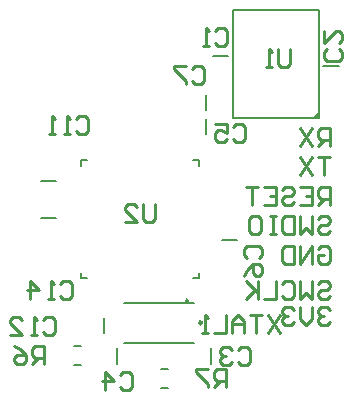
<source format=gbo>
G04 Layer_Color=32896*
%FSLAX24Y24*%
%MOIN*%
G70*
G01*
G75*
%ADD20C,0.0098*%
%ADD37C,0.0100*%
%ADD38C,0.0079*%
%ADD85C,0.0070*%
%ADD86C,0.0050*%
D20*
X8907Y3642D02*
G03*
X8907Y3642I-49J0D01*
G01*
D37*
X8455Y4370D02*
G03*
X8455Y4370I-39J0D01*
G01*
X11516Y3897D02*
X11116Y3297D01*
Y3897D02*
X11516Y3297D01*
X10916Y3897D02*
X10516D01*
X10716D01*
Y3297D01*
X10316D02*
Y3697D01*
X10116Y3897D01*
X9916Y3697D01*
Y3297D01*
Y3597D01*
X10316D01*
X9716Y3897D02*
Y3297D01*
X9316D01*
X9117D02*
X8917D01*
X9017D01*
Y3897D01*
X9117Y3797D01*
X7333Y7588D02*
Y7088D01*
X7233Y6988D01*
X7033D01*
X6933Y7088D01*
Y7588D01*
X6333Y6988D02*
X6733D01*
X6333Y7388D01*
Y7488D01*
X6433Y7588D01*
X6633D01*
X6733Y7488D01*
X11836Y12755D02*
Y12255D01*
X11736Y12156D01*
X11536D01*
X11436Y12255D01*
Y12755D01*
X11236Y12156D02*
X11036D01*
X11136D01*
Y12755D01*
X11236Y12655D01*
X9719Y1501D02*
Y2101D01*
X9420D01*
X9320Y2001D01*
Y1801D01*
X9420Y1701D01*
X9719D01*
X9520D02*
X9320Y1501D01*
X9120Y2101D02*
X8720D01*
Y2001D01*
X9120Y1601D01*
Y1501D01*
X3642Y2264D02*
Y2864D01*
X3342D01*
X3242Y2764D01*
Y2564D01*
X3342Y2464D01*
X3642D01*
X3442D02*
X3242Y2264D01*
X2642Y2864D02*
X2842Y2764D01*
X3042Y2564D01*
Y2364D01*
X2942Y2264D01*
X2742D01*
X2642Y2364D01*
Y2464D01*
X2742Y2564D01*
X3042D01*
X4177Y4929D02*
X4277Y5029D01*
X4477D01*
X4577Y4929D01*
Y4529D01*
X4477Y4429D01*
X4277D01*
X4177Y4529D01*
X3977Y4429D02*
X3777D01*
X3877D01*
Y5029D01*
X3977Y4929D01*
X3177Y4429D02*
Y5029D01*
X3477Y4729D01*
X3077D01*
X3611Y3748D02*
X3711Y3848D01*
X3911D01*
X4011Y3748D01*
Y3348D01*
X3911Y3248D01*
X3711D01*
X3611Y3348D01*
X3411Y3248D02*
X3211D01*
X3311D01*
Y3848D01*
X3411Y3748D01*
X2511Y3248D02*
X2911D01*
X2511Y3648D01*
Y3748D01*
X2611Y3848D01*
X2811D01*
X2911Y3748D01*
X4718Y10441D02*
X4818Y10541D01*
X5018D01*
X5118Y10441D01*
Y10041D01*
X5018Y9941D01*
X4818D01*
X4718Y10041D01*
X4518Y9941D02*
X4318D01*
X4418D01*
Y10541D01*
X4518Y10441D01*
X4018Y9941D02*
X3819D01*
X3918D01*
Y10541D01*
X4018Y10441D01*
X8582Y12111D02*
X8682Y12211D01*
X8882D01*
X8982Y12111D01*
Y11711D01*
X8882Y11611D01*
X8682D01*
X8582Y11711D01*
X8382Y12211D02*
X7983D01*
Y12111D01*
X8382Y11711D01*
Y11611D01*
X10425Y5801D02*
X10325Y5901D01*
Y6101D01*
X10425Y6201D01*
X10825D01*
X10925Y6101D01*
Y5901D01*
X10825Y5801D01*
X10325Y5201D02*
X10425Y5401D01*
X10625Y5601D01*
X10825D01*
X10925Y5501D01*
Y5301D01*
X10825Y5201D01*
X10725D01*
X10625Y5301D01*
Y5601D01*
X9959Y10170D02*
X10059Y10270D01*
X10259D01*
X10359Y10170D01*
Y9770D01*
X10259Y9670D01*
X10059D01*
X9959Y9770D01*
X9360Y10270D02*
X9759D01*
Y9970D01*
X9560Y10070D01*
X9460D01*
X9360Y9970D01*
Y9770D01*
X9460Y9670D01*
X9659D01*
X9759Y9770D01*
X6170Y1902D02*
X6270Y2002D01*
X6470D01*
X6570Y1902D01*
Y1503D01*
X6470Y1403D01*
X6270D01*
X6170Y1503D01*
X5670Y1403D02*
Y2002D01*
X5970Y1702D01*
X5570D01*
X10107Y2330D02*
X10207Y2230D01*
X10407D01*
X10507Y2330D01*
Y2730D01*
X10407Y2830D01*
X10207D01*
X10107Y2730D01*
X9907Y2330D02*
X9807Y2230D01*
X9607D01*
X9507Y2330D01*
Y2430D01*
X9607Y2530D01*
X9707D01*
X9607D01*
X9507Y2630D01*
Y2730D01*
X9607Y2830D01*
X9807D01*
X9907Y2730D01*
X13467Y12752D02*
X13567Y12652D01*
Y12452D01*
X13467Y12352D01*
X13067D01*
X12968Y12452D01*
Y12652D01*
X13067Y12752D01*
X12968Y13352D02*
Y12952D01*
X13367Y13352D01*
X13467D01*
X13567Y13252D01*
Y13052D01*
X13467Y12952D01*
X9362Y13373D02*
X9462Y13473D01*
X9662D01*
X9762Y13373D01*
Y12973D01*
X9662Y12873D01*
X9462D01*
X9362Y12973D01*
X9162Y12873D02*
X8962D01*
X9062D01*
Y13473D01*
X9162Y13373D01*
X13189Y9547D02*
Y10147D01*
X12889D01*
X12789Y10047D01*
Y9847D01*
X12889Y9747D01*
X13189D01*
X12989D02*
X12789Y9547D01*
X12589Y10147D02*
X12189Y9547D01*
Y10147D02*
X12589Y9547D01*
X13189Y9163D02*
X12789D01*
X12989D01*
Y8563D01*
X12589Y9163D02*
X12189Y8563D01*
Y9163D02*
X12589Y8563D01*
X13189Y7554D02*
Y8154D01*
X12889D01*
X12789Y8054D01*
Y7854D01*
X12889Y7754D01*
X13189D01*
X12989D02*
X12789Y7554D01*
X12189Y8154D02*
X12589D01*
Y7554D01*
X12189D01*
X12589Y7854D02*
X12389D01*
X11589Y8054D02*
X11689Y8154D01*
X11889D01*
X11989Y8054D01*
Y7954D01*
X11889Y7854D01*
X11689D01*
X11589Y7754D01*
Y7654D01*
X11689Y7554D01*
X11889D01*
X11989Y7654D01*
X10990Y8154D02*
X11390D01*
Y7554D01*
X10990D01*
X11390Y7854D02*
X11190D01*
X10790Y8154D02*
X10390D01*
X10590D01*
Y7554D01*
X12789Y7094D02*
X12889Y7194D01*
X13089D01*
X13189Y7094D01*
Y6994D01*
X13089Y6894D01*
X12889D01*
X12789Y6794D01*
Y6694D01*
X12889Y6594D01*
X13089D01*
X13189Y6694D01*
X12589Y7194D02*
Y6594D01*
X12389Y6794D01*
X12189Y6594D01*
Y7194D01*
X11989D02*
Y6594D01*
X11689D01*
X11589Y6694D01*
Y7094D01*
X11689Y7194D01*
X11989D01*
X11390D02*
X11190D01*
X11290D01*
Y6594D01*
X11390D01*
X11190D01*
X10590Y7194D02*
X10790D01*
X10890Y7094D01*
Y6694D01*
X10790Y6594D01*
X10590D01*
X10490Y6694D01*
Y7094D01*
X10590Y7194D01*
X12789Y6085D02*
X12889Y6185D01*
X13089D01*
X13189Y6085D01*
Y5686D01*
X13089Y5586D01*
X12889D01*
X12789Y5686D01*
Y5886D01*
X12989D01*
X12589Y5586D02*
Y6185D01*
X12189Y5586D01*
Y6185D01*
X11989D02*
Y5586D01*
X11689D01*
X11589Y5686D01*
Y6085D01*
X11689Y6185D01*
X11989D01*
X12789Y4929D02*
X12889Y5029D01*
X13089D01*
X13189Y4929D01*
Y4829D01*
X13089Y4729D01*
X12889D01*
X12789Y4629D01*
Y4529D01*
X12889Y4429D01*
X13089D01*
X13189Y4529D01*
X12589Y5029D02*
Y4429D01*
X12389Y4629D01*
X12189Y4429D01*
Y5029D01*
X11589Y4929D02*
X11689Y5029D01*
X11889D01*
X11989Y4929D01*
Y4529D01*
X11889Y4429D01*
X11689D01*
X11589Y4529D01*
X11390Y5029D02*
Y4429D01*
X10990D01*
X10790Y5029D02*
Y4429D01*
Y4629D01*
X10390Y5029D01*
X10690Y4729D01*
X10390Y4429D01*
X13189Y4068D02*
X13089Y4168D01*
X12889D01*
X12789Y4068D01*
Y3968D01*
X12889Y3868D01*
X12989D01*
X12889D01*
X12789Y3768D01*
Y3668D01*
X12889Y3568D01*
X13089D01*
X13189Y3668D01*
X12589Y4168D02*
Y3768D01*
X12389Y3568D01*
X12189Y3768D01*
Y4168D01*
X11989Y4068D02*
X11889Y4168D01*
X11689D01*
X11589Y4068D01*
Y3968D01*
X11689Y3868D01*
X11789D01*
X11689D01*
X11589Y3768D01*
Y3668D01*
X11689Y3568D01*
X11889D01*
X11989Y3668D01*
D38*
X5640Y3287D02*
Y3799D01*
X4646Y2874D02*
X4882D01*
X4646Y2244D02*
X4882D01*
X9213Y2279D02*
Y2790D01*
X7559Y2087D02*
X7795D01*
X7559Y1457D02*
X7795D01*
X6068Y2279D02*
Y2790D01*
X9040Y10718D02*
Y11230D01*
Y9931D02*
Y10443D01*
X9587Y6407D02*
X10098D01*
X3533Y8376D02*
X4045D01*
X3533Y7146D02*
X4045D01*
X12958Y12195D02*
X13469D01*
X9267Y12534D02*
X9779D01*
X6299Y4311D02*
X8661D01*
X6299Y2972D02*
X8661D01*
D85*
X4872Y5118D02*
X5069D01*
X4872D02*
Y5315D01*
Y8858D02*
Y9055D01*
X5069D01*
X8809Y8858D02*
Y9055D01*
X8612D02*
X8809D01*
Y5118D02*
Y5315D01*
X8612Y5118D02*
X8809D01*
D86*
X9963Y10464D02*
Y14064D01*
X11393D01*
X9963Y10464D02*
X11383D01*
Y10454D02*
Y10464D01*
X12803D02*
Y14064D01*
X11373D02*
X12803D01*
X11383Y10464D02*
X12803D01*
X11383Y10454D02*
Y10464D01*
X12643Y10474D02*
X12803Y10634D01*
X12643Y10474D02*
X12683D01*
X12693D01*
X12803Y10584D01*
Y10534D02*
Y10584D01*
X12743Y10474D02*
X12803Y10534D01*
X12733Y10474D02*
X12743D01*
M02*

</source>
